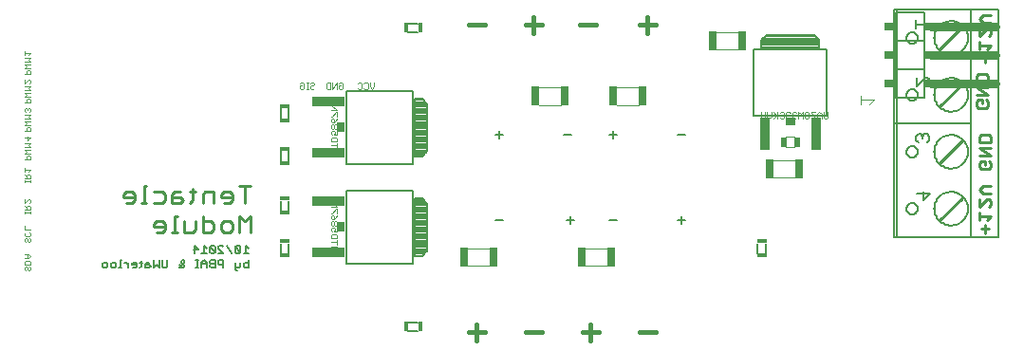
<source format=gbo>
G75*
%MOIN*%
%OFA0B0*%
%FSLAX24Y24*%
%IPPOS*%
%LPD*%
%AMOC8*
5,1,8,0,0,1.08239X$1,22.5*
%
%ADD10C,0.0020*%
%ADD11C,0.0040*%
%ADD12C,0.0090*%
%ADD13C,0.0150*%
%ADD14C,0.0110*%
%ADD15C,0.0050*%
%ADD16C,0.0080*%
%ADD17R,0.0295X0.0669*%
%ADD18C,0.0060*%
%ADD19C,0.0300*%
%ADD20R,0.0200X0.0300*%
%ADD21R,0.0400X0.0300*%
%ADD22R,0.0340X0.0160*%
%ADD23R,0.0160X0.0340*%
%ADD24R,0.1140X0.0340*%
%ADD25R,0.0300X0.0340*%
%ADD26C,0.0079*%
%ADD27C,0.0100*%
%ADD28R,0.0197X0.0374*%
%ADD29R,0.0340X0.1140*%
%ADD30R,0.0340X0.0300*%
D10*
X018324Y003804D02*
X018544Y003804D01*
X018324Y003951D01*
X018544Y003951D01*
X018544Y004025D02*
X018544Y004172D01*
X018544Y004099D02*
X018324Y004099D01*
X018324Y004246D02*
X018324Y004357D01*
X018360Y004393D01*
X018507Y004393D01*
X018544Y004357D01*
X018544Y004246D01*
X018324Y004246D01*
X018360Y004467D02*
X018324Y004504D01*
X018324Y004577D01*
X018360Y004614D01*
X018434Y004614D01*
X018471Y004577D01*
X018471Y004541D01*
X018434Y004467D01*
X018544Y004467D01*
X018544Y004614D01*
X018507Y004688D02*
X018471Y004688D01*
X018434Y004725D01*
X018434Y004798D01*
X018397Y004835D01*
X018360Y004835D01*
X018324Y004798D01*
X018324Y004725D01*
X018360Y004688D01*
X018397Y004688D01*
X018434Y004725D01*
X018434Y004798D02*
X018471Y004835D01*
X018507Y004835D01*
X018544Y004798D01*
X018544Y004725D01*
X018507Y004688D01*
X018434Y004909D02*
X018434Y005019D01*
X018397Y005056D01*
X018360Y005056D01*
X018324Y005019D01*
X018324Y004946D01*
X018360Y004909D01*
X018434Y004909D01*
X018507Y004983D01*
X018544Y005056D01*
X018544Y005130D02*
X018544Y005277D01*
X018507Y005277D01*
X018360Y005130D01*
X018324Y005130D01*
X018324Y005351D02*
X018544Y005351D01*
X018324Y005498D01*
X018544Y005498D01*
X018544Y005572D02*
X018324Y005572D01*
X018324Y005719D01*
X018324Y007204D02*
X018544Y007204D01*
X018324Y007351D01*
X018544Y007351D01*
X018544Y007425D02*
X018544Y007572D01*
X018544Y007499D02*
X018324Y007499D01*
X018324Y007646D02*
X018324Y007757D01*
X018360Y007793D01*
X018507Y007793D01*
X018544Y007757D01*
X018544Y007646D01*
X018324Y007646D01*
X018360Y007867D02*
X018324Y007904D01*
X018324Y007977D01*
X018360Y008014D01*
X018434Y008014D01*
X018471Y007977D01*
X018471Y007941D01*
X018434Y007867D01*
X018544Y007867D01*
X018544Y008014D01*
X018507Y008088D02*
X018471Y008088D01*
X018434Y008125D01*
X018434Y008198D01*
X018397Y008235D01*
X018360Y008235D01*
X018324Y008198D01*
X018324Y008125D01*
X018360Y008088D01*
X018397Y008088D01*
X018434Y008125D01*
X018434Y008198D02*
X018471Y008235D01*
X018507Y008235D01*
X018544Y008198D01*
X018544Y008125D01*
X018507Y008088D01*
X018434Y008309D02*
X018434Y008419D01*
X018397Y008456D01*
X018360Y008456D01*
X018324Y008419D01*
X018324Y008346D01*
X018360Y008309D01*
X018434Y008309D01*
X018507Y008383D01*
X018544Y008456D01*
X018544Y008530D02*
X018544Y008677D01*
X018507Y008677D01*
X018360Y008530D01*
X018324Y008530D01*
X018324Y008751D02*
X018544Y008751D01*
X018324Y008898D01*
X018544Y008898D01*
X018544Y008972D02*
X018324Y008972D01*
X018324Y009119D01*
X018302Y009493D02*
X018192Y009493D01*
X018155Y009530D01*
X018155Y009677D01*
X018192Y009714D01*
X018302Y009714D01*
X018302Y009493D01*
X018192Y009493D01*
X018155Y009530D01*
X018155Y009677D01*
X018192Y009714D01*
X018302Y009714D01*
X018302Y009493D01*
X018376Y009493D02*
X018376Y009714D01*
X018376Y009493D01*
X018523Y009714D01*
X018523Y009493D01*
X018523Y009714D01*
X018376Y009493D01*
X018597Y009530D02*
X018597Y009603D01*
X018670Y009603D01*
X018597Y009603D01*
X018597Y009530D01*
X018634Y009493D01*
X018707Y009493D01*
X018744Y009530D01*
X018744Y009677D01*
X018707Y009714D01*
X018634Y009714D01*
X018597Y009677D01*
X018634Y009714D01*
X018707Y009714D01*
X018744Y009677D01*
X018744Y009530D01*
X018707Y009493D01*
X018634Y009493D01*
X018597Y009530D01*
X019255Y009530D02*
X019292Y009493D01*
X019365Y009493D01*
X019402Y009530D01*
X019402Y009677D01*
X019365Y009714D01*
X019292Y009714D01*
X019255Y009677D01*
X019476Y009677D02*
X019513Y009714D01*
X019586Y009714D01*
X019623Y009677D01*
X019623Y009530D01*
X019586Y009493D01*
X019513Y009493D01*
X019476Y009530D01*
X019697Y009567D02*
X019697Y009714D01*
X019844Y009714D02*
X019844Y009567D01*
X019770Y009493D01*
X019697Y009567D01*
X017744Y009530D02*
X017707Y009493D01*
X017634Y009493D01*
X017597Y009530D01*
X017597Y009567D01*
X017634Y009603D01*
X017707Y009603D01*
X017744Y009640D01*
X017744Y009677D01*
X017707Y009714D01*
X017634Y009714D01*
X017597Y009677D01*
X017523Y009714D02*
X017449Y009714D01*
X017486Y009714D02*
X017486Y009493D01*
X017523Y009493D02*
X017449Y009493D01*
X017375Y009530D02*
X017339Y009493D01*
X017265Y009493D01*
X017229Y009530D01*
X017229Y009603D01*
X017302Y009603D01*
X017375Y009677D02*
X017375Y009530D01*
X017375Y009677D02*
X017339Y009714D01*
X017265Y009714D01*
X017229Y009677D01*
X033418Y008674D02*
X033418Y008490D01*
X033455Y008453D01*
X033528Y008453D01*
X033565Y008490D01*
X033565Y008674D01*
X033639Y008674D02*
X033639Y008527D01*
X033712Y008453D01*
X033786Y008527D01*
X033786Y008674D01*
X033860Y008674D02*
X034007Y008527D01*
X033970Y008563D02*
X033860Y008453D01*
X034007Y008453D02*
X034007Y008674D01*
X034081Y008637D02*
X034118Y008674D01*
X034191Y008674D01*
X034228Y008637D01*
X034228Y008490D01*
X034191Y008453D01*
X034118Y008453D01*
X034081Y008490D01*
X034302Y008490D02*
X034339Y008453D01*
X034412Y008453D01*
X034449Y008490D01*
X034523Y008490D02*
X034560Y008453D01*
X034633Y008453D01*
X034670Y008490D01*
X034744Y008453D02*
X034744Y008674D01*
X034817Y008600D01*
X034891Y008674D01*
X034891Y008453D01*
X034965Y008490D02*
X035002Y008453D01*
X035075Y008453D01*
X035112Y008490D01*
X035112Y008527D01*
X035075Y008563D01*
X035002Y008563D01*
X034965Y008527D01*
X034965Y008490D01*
X035002Y008563D02*
X034965Y008600D01*
X034965Y008637D01*
X035002Y008674D01*
X035075Y008674D01*
X035112Y008637D01*
X035112Y008600D01*
X035075Y008563D01*
X035186Y008637D02*
X035333Y008490D01*
X035333Y008453D01*
X035407Y008453D02*
X035407Y008600D01*
X035480Y008674D01*
X035554Y008600D01*
X035554Y008453D01*
X035628Y008490D02*
X035665Y008453D01*
X035738Y008453D01*
X035775Y008490D01*
X035775Y008674D01*
X035628Y008674D02*
X035628Y008490D01*
X035554Y008563D02*
X035407Y008563D01*
X035333Y008674D02*
X035186Y008674D01*
X035186Y008637D01*
X034670Y008637D02*
X034633Y008674D01*
X034560Y008674D01*
X034523Y008637D01*
X034523Y008600D01*
X034560Y008563D01*
X034523Y008527D01*
X034523Y008490D01*
X034560Y008563D02*
X034596Y008563D01*
X034449Y008637D02*
X034412Y008674D01*
X034339Y008674D01*
X034302Y008637D01*
X034302Y008600D01*
X034339Y008563D01*
X034302Y008527D01*
X034302Y008490D01*
X034339Y008563D02*
X034375Y008563D01*
D11*
X007607Y003103D02*
X007574Y003137D01*
X007574Y003203D01*
X007607Y003237D01*
X007641Y003237D01*
X007674Y003203D01*
X007674Y003137D01*
X007707Y003103D01*
X007741Y003103D01*
X007774Y003137D01*
X007774Y003203D01*
X007741Y003237D01*
X007774Y003324D02*
X007574Y003324D01*
X007574Y003424D01*
X007607Y003458D01*
X007741Y003458D01*
X007774Y003424D01*
X007774Y003324D01*
X007707Y003545D02*
X007574Y003545D01*
X007674Y003545D02*
X007674Y003679D01*
X007707Y003679D02*
X007574Y003679D01*
X007707Y003679D02*
X007774Y003612D01*
X007707Y003545D01*
X007707Y004103D02*
X007674Y004137D01*
X007674Y004203D01*
X007641Y004237D01*
X007607Y004237D01*
X007574Y004203D01*
X007574Y004137D01*
X007607Y004103D01*
X007707Y004103D02*
X007741Y004103D01*
X007774Y004137D01*
X007774Y004203D01*
X007741Y004237D01*
X007741Y004324D02*
X007607Y004324D01*
X007574Y004358D01*
X007574Y004424D01*
X007607Y004458D01*
X007574Y004545D02*
X007574Y004679D01*
X007574Y004545D02*
X007774Y004545D01*
X007741Y004458D02*
X007774Y004424D01*
X007774Y004358D01*
X007741Y004324D01*
X007774Y005103D02*
X007774Y005170D01*
X007774Y005137D02*
X007574Y005137D01*
X007574Y005170D02*
X007574Y005103D01*
X007574Y005251D02*
X007774Y005251D01*
X007774Y005351D01*
X007741Y005384D01*
X007674Y005384D01*
X007641Y005351D01*
X007641Y005251D01*
X007641Y005317D02*
X007574Y005384D01*
X007574Y005472D02*
X007707Y005605D01*
X007741Y005605D01*
X007774Y005572D01*
X007774Y005505D01*
X007741Y005472D01*
X007574Y005472D02*
X007574Y005605D01*
X007574Y006203D02*
X007574Y006270D01*
X007574Y006237D02*
X007774Y006237D01*
X007774Y006270D02*
X007774Y006203D01*
X007774Y006351D02*
X007574Y006351D01*
X007641Y006351D02*
X007641Y006451D01*
X007674Y006484D01*
X007741Y006484D01*
X007774Y006451D01*
X007774Y006351D01*
X007641Y006417D02*
X007574Y006484D01*
X007574Y006572D02*
X007574Y006705D01*
X007574Y006638D02*
X007774Y006638D01*
X007707Y006572D01*
X007641Y007003D02*
X007641Y007103D01*
X007674Y007137D01*
X007741Y007137D01*
X007774Y007103D01*
X007774Y007003D01*
X007574Y007003D01*
X007574Y007224D02*
X007641Y007291D01*
X007574Y007358D01*
X007774Y007358D01*
X007774Y007445D02*
X007574Y007445D01*
X007574Y007579D02*
X007774Y007579D01*
X007707Y007512D01*
X007774Y007445D01*
X007674Y007666D02*
X007674Y007800D01*
X007774Y007766D02*
X007674Y007666D01*
X007574Y007766D02*
X007774Y007766D01*
X007774Y008003D02*
X007574Y008003D01*
X007641Y008003D02*
X007641Y008103D01*
X007674Y008137D01*
X007741Y008137D01*
X007774Y008103D01*
X007774Y008003D01*
X007774Y008224D02*
X007574Y008224D01*
X007641Y008291D01*
X007574Y008358D01*
X007774Y008358D01*
X007774Y008445D02*
X007707Y008512D01*
X007774Y008579D01*
X007574Y008579D01*
X007607Y008666D02*
X007574Y008700D01*
X007574Y008766D01*
X007607Y008800D01*
X007641Y008800D01*
X007674Y008766D01*
X007674Y008733D01*
X007674Y008766D02*
X007707Y008800D01*
X007741Y008800D01*
X007774Y008766D01*
X007774Y008700D01*
X007741Y008666D01*
X007774Y008445D02*
X007574Y008445D01*
X007574Y009003D02*
X007774Y009003D01*
X007774Y009103D01*
X007741Y009137D01*
X007674Y009137D01*
X007641Y009103D01*
X007641Y009003D01*
X007574Y009224D02*
X007641Y009291D01*
X007574Y009358D01*
X007774Y009358D01*
X007774Y009445D02*
X007574Y009445D01*
X007574Y009579D02*
X007774Y009579D01*
X007707Y009512D01*
X007774Y009445D01*
X007741Y009666D02*
X007774Y009700D01*
X007774Y009766D01*
X007741Y009800D01*
X007707Y009800D01*
X007574Y009666D01*
X007574Y009800D01*
X007574Y010003D02*
X007774Y010003D01*
X007774Y010103D01*
X007741Y010137D01*
X007674Y010137D01*
X007641Y010103D01*
X007641Y010003D01*
X007574Y010224D02*
X007641Y010291D01*
X007574Y010358D01*
X007774Y010358D01*
X007774Y010445D02*
X007574Y010445D01*
X007574Y010579D02*
X007774Y010579D01*
X007707Y010512D01*
X007774Y010445D01*
X007707Y010666D02*
X007774Y010733D01*
X007574Y010733D01*
X007574Y010666D02*
X007574Y010800D01*
X007574Y010224D02*
X007774Y010224D01*
X007774Y009224D02*
X007574Y009224D01*
X007574Y007224D02*
X007774Y007224D01*
X023124Y003893D02*
X023884Y003893D01*
X023884Y003273D02*
X023124Y003273D01*
X027274Y003273D02*
X028034Y003273D01*
X028034Y003893D02*
X027274Y003893D01*
X033874Y006373D02*
X034634Y006373D01*
X034634Y006993D02*
X033874Y006993D01*
X034314Y007463D02*
X034594Y007463D01*
X034594Y007798D02*
X034314Y007798D01*
X036924Y008953D02*
X036924Y009260D01*
X036924Y009107D02*
X037384Y009107D01*
X037231Y008953D01*
X032634Y010873D02*
X031874Y010873D01*
X031874Y011493D02*
X032634Y011493D01*
X029134Y009543D02*
X028374Y009543D01*
X028374Y008923D02*
X029134Y008923D01*
X026384Y008923D02*
X025624Y008923D01*
X025624Y009543D02*
X026384Y009543D01*
D12*
X040999Y009562D02*
X041409Y009562D01*
X041409Y009749D02*
X040999Y009749D01*
X040999Y009954D01*
X041067Y010023D01*
X041341Y010023D01*
X041409Y009954D01*
X041409Y009749D01*
X040999Y009562D02*
X041409Y009289D01*
X040999Y009289D01*
X041067Y009102D02*
X041204Y009102D01*
X041204Y008965D01*
X041341Y008828D02*
X041067Y008828D01*
X040999Y008897D01*
X040999Y009034D01*
X041067Y009102D01*
X041341Y009102D02*
X041409Y009034D01*
X041409Y008897D01*
X041341Y008828D01*
X041441Y007873D02*
X041167Y007873D01*
X041099Y007804D01*
X041099Y007599D01*
X041509Y007599D01*
X041509Y007804D01*
X041441Y007873D01*
X041509Y007412D02*
X041099Y007412D01*
X041509Y007139D01*
X041099Y007139D01*
X041167Y006952D02*
X041304Y006952D01*
X041304Y006815D01*
X041441Y006678D02*
X041167Y006678D01*
X041099Y006747D01*
X041099Y006884D01*
X041167Y006952D01*
X041441Y006952D02*
X041509Y006884D01*
X041509Y006747D01*
X041441Y006678D01*
X041509Y006083D02*
X041236Y006083D01*
X041099Y005946D01*
X041236Y005810D01*
X041509Y005810D01*
X041441Y005623D02*
X041509Y005554D01*
X041509Y005418D01*
X041441Y005349D01*
X041372Y005623D02*
X041099Y005349D01*
X041099Y005623D01*
X041372Y005623D02*
X041441Y005623D01*
X041099Y005162D02*
X041099Y004889D01*
X041099Y005026D02*
X041509Y005026D01*
X041372Y004889D01*
X041304Y004702D02*
X041304Y004428D01*
X041441Y004565D02*
X041167Y004565D01*
X041304Y010428D02*
X041304Y010702D01*
X041441Y010565D02*
X041167Y010565D01*
X041099Y010889D02*
X041099Y011162D01*
X041099Y011026D02*
X041509Y011026D01*
X041372Y010889D01*
X041441Y011349D02*
X041509Y011418D01*
X041509Y011554D01*
X041441Y011623D01*
X041372Y011623D01*
X041099Y011349D01*
X041099Y011623D01*
X041236Y011810D02*
X041099Y011946D01*
X041236Y012083D01*
X041509Y012083D01*
X041509Y011810D02*
X041236Y011810D01*
D13*
X029729Y011734D02*
X029162Y011734D01*
X029445Y012017D02*
X029445Y011450D01*
X027629Y011734D02*
X027062Y011734D01*
X025729Y011734D02*
X025162Y011734D01*
X025445Y012017D02*
X025445Y011450D01*
X023729Y011734D02*
X023162Y011734D01*
X023445Y001217D02*
X023445Y000650D01*
X023162Y000934D02*
X023729Y000934D01*
X025162Y000934D02*
X025729Y000934D01*
X027162Y000934D02*
X027729Y000934D01*
X027445Y001217D02*
X027445Y000650D01*
X029162Y000934D02*
X029729Y000934D01*
D14*
X015499Y004438D02*
X015499Y005029D01*
X015302Y004832D01*
X015105Y005029D01*
X015105Y004438D01*
X014854Y004537D02*
X014756Y004438D01*
X014559Y004438D01*
X014461Y004537D01*
X014461Y004734D01*
X014559Y004832D01*
X014756Y004832D01*
X014854Y004734D01*
X014854Y004537D01*
X014210Y004537D02*
X014111Y004438D01*
X013816Y004438D01*
X013816Y005029D01*
X013816Y004832D02*
X014111Y004832D01*
X014210Y004734D01*
X014210Y004537D01*
X013565Y004537D02*
X013467Y004438D01*
X013171Y004438D01*
X013171Y004832D01*
X012921Y005029D02*
X012822Y005029D01*
X012822Y004438D01*
X012724Y004438D02*
X012921Y004438D01*
X012491Y004537D02*
X012491Y004734D01*
X012392Y004832D01*
X012196Y004832D01*
X012097Y004734D01*
X012097Y004635D01*
X012491Y004635D01*
X012491Y004537D02*
X012392Y004438D01*
X012196Y004438D01*
X013565Y004537D02*
X013565Y004832D01*
X013368Y005488D02*
X013467Y005587D01*
X013467Y005980D01*
X013565Y005882D02*
X013368Y005882D01*
X013037Y005882D02*
X012840Y005882D01*
X012742Y005784D01*
X012742Y005488D01*
X013037Y005488D01*
X013135Y005587D01*
X013037Y005685D01*
X012742Y005685D01*
X012491Y005587D02*
X012392Y005488D01*
X012097Y005488D01*
X011846Y005488D02*
X011649Y005488D01*
X011748Y005488D02*
X011748Y006079D01*
X011846Y006079D01*
X012097Y005882D02*
X012392Y005882D01*
X012491Y005784D01*
X012491Y005587D01*
X011417Y005587D02*
X011417Y005784D01*
X011318Y005882D01*
X011121Y005882D01*
X011023Y005784D01*
X011023Y005685D01*
X011417Y005685D01*
X011417Y005587D02*
X011318Y005488D01*
X011121Y005488D01*
X013816Y005488D02*
X013816Y005784D01*
X013914Y005882D01*
X014210Y005882D01*
X014210Y005488D01*
X014559Y005488D02*
X014756Y005488D01*
X014854Y005587D01*
X014854Y005784D01*
X014756Y005882D01*
X014559Y005882D01*
X014461Y005784D01*
X014461Y005685D01*
X014854Y005685D01*
X015105Y006079D02*
X015499Y006079D01*
X015302Y006079D02*
X015302Y005488D01*
D15*
X015339Y003979D02*
X015339Y003708D01*
X015429Y003708D02*
X015249Y003708D01*
X015134Y003753D02*
X014954Y003934D01*
X014954Y003753D01*
X014999Y003708D01*
X015089Y003708D01*
X015134Y003753D01*
X015134Y003934D01*
X015089Y003979D01*
X014999Y003979D01*
X014954Y003934D01*
X014839Y003708D02*
X014659Y003979D01*
X014545Y003934D02*
X014500Y003979D01*
X014410Y003979D01*
X014365Y003934D01*
X014365Y003888D01*
X014545Y003708D01*
X014365Y003708D01*
X014250Y003753D02*
X014070Y003934D01*
X014070Y003753D01*
X014115Y003708D01*
X014205Y003708D01*
X014250Y003753D01*
X014250Y003934D01*
X014205Y003979D01*
X014115Y003979D01*
X014070Y003934D01*
X013956Y003888D02*
X013865Y003979D01*
X013865Y003708D01*
X013775Y003708D02*
X013956Y003708D01*
X013865Y003479D02*
X013775Y003388D01*
X013775Y003208D01*
X013661Y003208D02*
X013571Y003208D01*
X013616Y003208D02*
X013616Y003479D01*
X013661Y003479D02*
X013571Y003479D01*
X013526Y003708D02*
X013526Y003979D01*
X013661Y003843D01*
X013481Y003843D01*
X013125Y003479D02*
X013080Y003434D01*
X013080Y003388D01*
X013170Y003298D01*
X013170Y003253D01*
X013125Y003208D01*
X013080Y003208D01*
X012990Y003298D01*
X012990Y003208D02*
X013170Y003388D01*
X013170Y003434D01*
X013125Y003479D01*
X013775Y003343D02*
X013956Y003343D01*
X013956Y003388D02*
X013865Y003479D01*
X013956Y003388D02*
X013956Y003208D01*
X014070Y003253D02*
X014115Y003208D01*
X014250Y003208D01*
X014250Y003479D01*
X014115Y003479D01*
X014070Y003434D01*
X014070Y003388D01*
X014115Y003343D01*
X014250Y003343D01*
X014365Y003343D02*
X014365Y003434D01*
X014410Y003479D01*
X014545Y003479D01*
X014545Y003208D01*
X014545Y003298D02*
X014410Y003298D01*
X014365Y003343D01*
X014115Y003343D02*
X014070Y003298D01*
X014070Y003253D01*
X014954Y003208D02*
X015089Y003208D01*
X015134Y003253D01*
X015134Y003388D01*
X015249Y003343D02*
X015249Y003253D01*
X015294Y003208D01*
X015429Y003208D01*
X015429Y003479D01*
X015429Y003388D02*
X015294Y003388D01*
X015249Y003343D01*
X014954Y003388D02*
X014954Y003163D01*
X014999Y003118D01*
X015044Y003118D01*
X015429Y003888D02*
X015339Y003979D01*
X012580Y003479D02*
X012580Y003253D01*
X012535Y003208D01*
X012445Y003208D01*
X012400Y003253D01*
X012400Y003479D01*
X012286Y003479D02*
X012286Y003208D01*
X012196Y003298D01*
X012106Y003208D01*
X012106Y003479D01*
X011946Y003388D02*
X011856Y003388D01*
X011811Y003343D01*
X011811Y003208D01*
X011946Y003208D01*
X011991Y003253D01*
X011946Y003298D01*
X011811Y003298D01*
X011697Y003388D02*
X011606Y003388D01*
X011651Y003434D02*
X011651Y003253D01*
X011606Y003208D01*
X011500Y003253D02*
X011500Y003343D01*
X011455Y003388D01*
X011365Y003388D01*
X011320Y003343D01*
X011320Y003298D01*
X011500Y003298D01*
X011500Y003253D02*
X011455Y003208D01*
X011365Y003208D01*
X011205Y003208D02*
X011205Y003388D01*
X011205Y003298D02*
X011115Y003388D01*
X011070Y003388D01*
X010960Y003479D02*
X010915Y003479D01*
X010915Y003208D01*
X010960Y003208D02*
X010870Y003208D01*
X010763Y003253D02*
X010718Y003208D01*
X010628Y003208D01*
X010583Y003253D01*
X010583Y003343D01*
X010628Y003388D01*
X010718Y003388D01*
X010763Y003343D01*
X010763Y003253D01*
X010469Y003253D02*
X010469Y003343D01*
X010424Y003388D01*
X010334Y003388D01*
X010289Y003343D01*
X010289Y003253D01*
X010334Y003208D01*
X010424Y003208D01*
X010469Y003253D01*
X038899Y005803D02*
X039349Y005803D01*
X039124Y005578D01*
X039124Y005878D01*
X039254Y007598D02*
X039329Y007673D01*
X039329Y007823D01*
X039254Y007898D01*
X039179Y007898D01*
X039104Y007823D01*
X039029Y007898D01*
X038954Y007898D01*
X038879Y007823D01*
X038879Y007673D01*
X038954Y007598D01*
X039104Y007748D02*
X039104Y007823D01*
X039274Y009578D02*
X039349Y009653D01*
X039349Y009803D01*
X039274Y009878D01*
X039199Y009878D01*
X038899Y009578D01*
X038899Y009878D01*
X038879Y011598D02*
X038879Y011898D01*
X038879Y011748D02*
X039329Y011748D01*
X039179Y011598D01*
D16*
X035744Y010893D02*
X033163Y010893D01*
X033164Y010893D02*
X033164Y008533D01*
X035744Y008533D01*
X035744Y010893D01*
X035464Y010933D02*
X033444Y010933D01*
X033444Y011213D01*
X033624Y011393D01*
X035284Y011393D01*
X035464Y011213D01*
X035464Y010933D01*
X028224Y008024D02*
X028224Y007743D01*
X028364Y007884D02*
X028084Y007884D01*
X026764Y007884D02*
X026484Y007884D01*
X024364Y007884D02*
X024084Y007884D01*
X024224Y008024D02*
X024224Y007743D01*
X021714Y007303D02*
X021534Y007123D01*
X021254Y007123D01*
X021254Y009143D01*
X021534Y009143D01*
X021714Y008963D01*
X021714Y007303D01*
X021214Y006843D02*
X018854Y006843D01*
X018854Y009423D01*
X021214Y009423D01*
X021213Y009424D02*
X021214Y006843D01*
X021213Y005924D02*
X021214Y003343D01*
X018854Y003343D01*
X018854Y005923D01*
X021214Y005923D01*
X021254Y005643D02*
X021254Y003623D01*
X021534Y003623D01*
X021714Y003803D01*
X021714Y005463D01*
X021534Y005643D01*
X021254Y005643D01*
X024084Y004884D02*
X024364Y004884D01*
X026584Y004884D02*
X026864Y004884D01*
X026724Y005024D02*
X026724Y004743D01*
X028084Y004884D02*
X028364Y004884D01*
X030484Y004884D02*
X030764Y004884D01*
X030624Y005024D02*
X030624Y004743D01*
X030764Y007884D02*
X030484Y007884D01*
D17*
X033731Y006684D03*
X034776Y006683D03*
X029276Y009233D03*
X028231Y009234D03*
X026526Y009233D03*
X025481Y009234D03*
X031731Y011184D03*
X032776Y011183D03*
X028176Y003583D03*
X027131Y003584D03*
X024026Y003583D03*
X022981Y003584D03*
D18*
X016844Y003713D02*
X016844Y004053D01*
X016564Y004053D02*
X016564Y003713D01*
X016564Y005213D02*
X016564Y005553D01*
X016844Y005553D02*
X016844Y005213D01*
X016844Y006963D02*
X016844Y007303D01*
X016564Y007303D02*
X016564Y006963D01*
X016564Y008463D02*
X016564Y008803D01*
X016844Y008803D02*
X016844Y008463D01*
X021034Y011493D02*
X021374Y011493D01*
X021374Y011773D02*
X021034Y011773D01*
X038104Y012283D02*
X038104Y008283D01*
X040804Y008283D01*
X040804Y007633D01*
X040804Y006933D01*
X040804Y005633D01*
X040804Y004933D01*
X040804Y004283D01*
X041754Y004283D01*
X041754Y012283D01*
X040804Y012283D01*
X040804Y011633D01*
X040804Y010933D01*
X040804Y009633D01*
X040804Y008933D01*
X040804Y008283D01*
X039154Y009183D02*
X038154Y009183D01*
X038154Y010183D01*
X038154Y011183D01*
X038154Y012183D01*
X039154Y012183D01*
X039154Y011183D01*
X039154Y010183D01*
X039154Y009183D01*
X038534Y009283D02*
X038536Y009311D01*
X038542Y009338D01*
X038551Y009364D01*
X038564Y009389D01*
X038581Y009412D01*
X038600Y009432D01*
X038622Y009449D01*
X038646Y009463D01*
X038672Y009473D01*
X038699Y009480D01*
X038727Y009483D01*
X038755Y009482D01*
X038782Y009477D01*
X038809Y009468D01*
X038834Y009456D01*
X038857Y009441D01*
X038878Y009422D01*
X038896Y009401D01*
X038911Y009377D01*
X038922Y009351D01*
X038930Y009325D01*
X038934Y009297D01*
X038934Y009269D01*
X038930Y009241D01*
X038922Y009215D01*
X038911Y009189D01*
X038896Y009165D01*
X038878Y009144D01*
X038857Y009125D01*
X038834Y009110D01*
X038809Y009098D01*
X038782Y009089D01*
X038755Y009084D01*
X038727Y009083D01*
X038699Y009086D01*
X038672Y009093D01*
X038646Y009103D01*
X038622Y009117D01*
X038600Y009134D01*
X038581Y009154D01*
X038564Y009177D01*
X038551Y009202D01*
X038542Y009228D01*
X038536Y009255D01*
X038534Y009283D01*
X039514Y009283D02*
X039516Y009331D01*
X039522Y009379D01*
X039532Y009426D01*
X039545Y009472D01*
X039562Y009517D01*
X039583Y009560D01*
X039608Y009602D01*
X039635Y009641D01*
X039666Y009678D01*
X039700Y009713D01*
X039736Y009744D01*
X039775Y009773D01*
X039816Y009798D01*
X039859Y009820D01*
X039903Y009838D01*
X039949Y009852D01*
X039996Y009863D01*
X040044Y009870D01*
X040092Y009873D01*
X040140Y009872D01*
X040188Y009867D01*
X040235Y009858D01*
X040282Y009846D01*
X040327Y009829D01*
X040371Y009809D01*
X040413Y009786D01*
X040453Y009759D01*
X040490Y009729D01*
X040525Y009696D01*
X040558Y009660D01*
X040587Y009622D01*
X040613Y009581D01*
X040636Y009539D01*
X040655Y009495D01*
X040670Y009449D01*
X040682Y009403D01*
X040690Y009355D01*
X040694Y009307D01*
X040694Y009259D01*
X040690Y009211D01*
X040682Y009163D01*
X040670Y009117D01*
X040655Y009071D01*
X040636Y009027D01*
X040613Y008985D01*
X040587Y008944D01*
X040558Y008906D01*
X040525Y008870D01*
X040490Y008837D01*
X040453Y008807D01*
X040413Y008780D01*
X040371Y008757D01*
X040327Y008737D01*
X040282Y008720D01*
X040235Y008708D01*
X040188Y008699D01*
X040140Y008694D01*
X040092Y008693D01*
X040044Y008696D01*
X039996Y008703D01*
X039949Y008714D01*
X039903Y008728D01*
X039859Y008746D01*
X039816Y008768D01*
X039775Y008793D01*
X039736Y008822D01*
X039700Y008853D01*
X039666Y008888D01*
X039635Y008925D01*
X039608Y008964D01*
X039583Y009006D01*
X039562Y009049D01*
X039545Y009094D01*
X039532Y009140D01*
X039522Y009187D01*
X039516Y009235D01*
X039514Y009283D01*
X039154Y010183D02*
X038154Y010183D01*
X038154Y011183D02*
X039154Y011183D01*
X038534Y011283D02*
X038536Y011311D01*
X038542Y011338D01*
X038551Y011364D01*
X038564Y011389D01*
X038581Y011412D01*
X038600Y011432D01*
X038622Y011449D01*
X038646Y011463D01*
X038672Y011473D01*
X038699Y011480D01*
X038727Y011483D01*
X038755Y011482D01*
X038782Y011477D01*
X038809Y011468D01*
X038834Y011456D01*
X038857Y011441D01*
X038878Y011422D01*
X038896Y011401D01*
X038911Y011377D01*
X038922Y011351D01*
X038930Y011325D01*
X038934Y011297D01*
X038934Y011269D01*
X038930Y011241D01*
X038922Y011215D01*
X038911Y011189D01*
X038896Y011165D01*
X038878Y011144D01*
X038857Y011125D01*
X038834Y011110D01*
X038809Y011098D01*
X038782Y011089D01*
X038755Y011084D01*
X038727Y011083D01*
X038699Y011086D01*
X038672Y011093D01*
X038646Y011103D01*
X038622Y011117D01*
X038600Y011134D01*
X038581Y011154D01*
X038564Y011177D01*
X038551Y011202D01*
X038542Y011228D01*
X038536Y011255D01*
X038534Y011283D01*
X039514Y011283D02*
X039516Y011331D01*
X039522Y011379D01*
X039532Y011426D01*
X039545Y011472D01*
X039562Y011517D01*
X039583Y011560D01*
X039608Y011602D01*
X039635Y011641D01*
X039666Y011678D01*
X039700Y011713D01*
X039736Y011744D01*
X039775Y011773D01*
X039816Y011798D01*
X039859Y011820D01*
X039903Y011838D01*
X039949Y011852D01*
X039996Y011863D01*
X040044Y011870D01*
X040092Y011873D01*
X040140Y011872D01*
X040188Y011867D01*
X040235Y011858D01*
X040282Y011846D01*
X040327Y011829D01*
X040371Y011809D01*
X040413Y011786D01*
X040453Y011759D01*
X040490Y011729D01*
X040525Y011696D01*
X040558Y011660D01*
X040587Y011622D01*
X040613Y011581D01*
X040636Y011539D01*
X040655Y011495D01*
X040670Y011449D01*
X040682Y011403D01*
X040690Y011355D01*
X040694Y011307D01*
X040694Y011259D01*
X040690Y011211D01*
X040682Y011163D01*
X040670Y011117D01*
X040655Y011071D01*
X040636Y011027D01*
X040613Y010985D01*
X040587Y010944D01*
X040558Y010906D01*
X040525Y010870D01*
X040490Y010837D01*
X040453Y010807D01*
X040413Y010780D01*
X040371Y010757D01*
X040327Y010737D01*
X040282Y010720D01*
X040235Y010708D01*
X040188Y010699D01*
X040140Y010694D01*
X040092Y010693D01*
X040044Y010696D01*
X039996Y010703D01*
X039949Y010714D01*
X039903Y010728D01*
X039859Y010746D01*
X039816Y010768D01*
X039775Y010793D01*
X039736Y010822D01*
X039700Y010853D01*
X039666Y010888D01*
X039635Y010925D01*
X039608Y010964D01*
X039583Y011006D01*
X039562Y011049D01*
X039545Y011094D01*
X039532Y011140D01*
X039522Y011187D01*
X039516Y011235D01*
X039514Y011283D01*
X040804Y012283D02*
X038204Y012283D01*
X038104Y012283D01*
X038204Y012283D02*
X038204Y004283D01*
X040804Y004283D01*
X038204Y004283D02*
X038104Y004283D01*
X038104Y008283D01*
X038534Y007283D02*
X038536Y007311D01*
X038542Y007338D01*
X038551Y007364D01*
X038564Y007389D01*
X038581Y007412D01*
X038600Y007432D01*
X038622Y007449D01*
X038646Y007463D01*
X038672Y007473D01*
X038699Y007480D01*
X038727Y007483D01*
X038755Y007482D01*
X038782Y007477D01*
X038809Y007468D01*
X038834Y007456D01*
X038857Y007441D01*
X038878Y007422D01*
X038896Y007401D01*
X038911Y007377D01*
X038922Y007351D01*
X038930Y007325D01*
X038934Y007297D01*
X038934Y007269D01*
X038930Y007241D01*
X038922Y007215D01*
X038911Y007189D01*
X038896Y007165D01*
X038878Y007144D01*
X038857Y007125D01*
X038834Y007110D01*
X038809Y007098D01*
X038782Y007089D01*
X038755Y007084D01*
X038727Y007083D01*
X038699Y007086D01*
X038672Y007093D01*
X038646Y007103D01*
X038622Y007117D01*
X038600Y007134D01*
X038581Y007154D01*
X038564Y007177D01*
X038551Y007202D01*
X038542Y007228D01*
X038536Y007255D01*
X038534Y007283D01*
X039514Y007283D02*
X039516Y007331D01*
X039522Y007379D01*
X039532Y007426D01*
X039545Y007472D01*
X039562Y007517D01*
X039583Y007560D01*
X039608Y007602D01*
X039635Y007641D01*
X039666Y007678D01*
X039700Y007713D01*
X039736Y007744D01*
X039775Y007773D01*
X039816Y007798D01*
X039859Y007820D01*
X039903Y007838D01*
X039949Y007852D01*
X039996Y007863D01*
X040044Y007870D01*
X040092Y007873D01*
X040140Y007872D01*
X040188Y007867D01*
X040235Y007858D01*
X040282Y007846D01*
X040327Y007829D01*
X040371Y007809D01*
X040413Y007786D01*
X040453Y007759D01*
X040490Y007729D01*
X040525Y007696D01*
X040558Y007660D01*
X040587Y007622D01*
X040613Y007581D01*
X040636Y007539D01*
X040655Y007495D01*
X040670Y007449D01*
X040682Y007403D01*
X040690Y007355D01*
X040694Y007307D01*
X040694Y007259D01*
X040690Y007211D01*
X040682Y007163D01*
X040670Y007117D01*
X040655Y007071D01*
X040636Y007027D01*
X040613Y006985D01*
X040587Y006944D01*
X040558Y006906D01*
X040525Y006870D01*
X040490Y006837D01*
X040453Y006807D01*
X040413Y006780D01*
X040371Y006757D01*
X040327Y006737D01*
X040282Y006720D01*
X040235Y006708D01*
X040188Y006699D01*
X040140Y006694D01*
X040092Y006693D01*
X040044Y006696D01*
X039996Y006703D01*
X039949Y006714D01*
X039903Y006728D01*
X039859Y006746D01*
X039816Y006768D01*
X039775Y006793D01*
X039736Y006822D01*
X039700Y006853D01*
X039666Y006888D01*
X039635Y006925D01*
X039608Y006964D01*
X039583Y007006D01*
X039562Y007049D01*
X039545Y007094D01*
X039532Y007140D01*
X039522Y007187D01*
X039516Y007235D01*
X039514Y007283D01*
X039514Y005283D02*
X039516Y005331D01*
X039522Y005379D01*
X039532Y005426D01*
X039545Y005472D01*
X039562Y005517D01*
X039583Y005560D01*
X039608Y005602D01*
X039635Y005641D01*
X039666Y005678D01*
X039700Y005713D01*
X039736Y005744D01*
X039775Y005773D01*
X039816Y005798D01*
X039859Y005820D01*
X039903Y005838D01*
X039949Y005852D01*
X039996Y005863D01*
X040044Y005870D01*
X040092Y005873D01*
X040140Y005872D01*
X040188Y005867D01*
X040235Y005858D01*
X040282Y005846D01*
X040327Y005829D01*
X040371Y005809D01*
X040413Y005786D01*
X040453Y005759D01*
X040490Y005729D01*
X040525Y005696D01*
X040558Y005660D01*
X040587Y005622D01*
X040613Y005581D01*
X040636Y005539D01*
X040655Y005495D01*
X040670Y005449D01*
X040682Y005403D01*
X040690Y005355D01*
X040694Y005307D01*
X040694Y005259D01*
X040690Y005211D01*
X040682Y005163D01*
X040670Y005117D01*
X040655Y005071D01*
X040636Y005027D01*
X040613Y004985D01*
X040587Y004944D01*
X040558Y004906D01*
X040525Y004870D01*
X040490Y004837D01*
X040453Y004807D01*
X040413Y004780D01*
X040371Y004757D01*
X040327Y004737D01*
X040282Y004720D01*
X040235Y004708D01*
X040188Y004699D01*
X040140Y004694D01*
X040092Y004693D01*
X040044Y004696D01*
X039996Y004703D01*
X039949Y004714D01*
X039903Y004728D01*
X039859Y004746D01*
X039816Y004768D01*
X039775Y004793D01*
X039736Y004822D01*
X039700Y004853D01*
X039666Y004888D01*
X039635Y004925D01*
X039608Y004964D01*
X039583Y005006D01*
X039562Y005049D01*
X039545Y005094D01*
X039532Y005140D01*
X039522Y005187D01*
X039516Y005235D01*
X039514Y005283D01*
X038534Y005283D02*
X038536Y005311D01*
X038542Y005338D01*
X038551Y005364D01*
X038564Y005389D01*
X038581Y005412D01*
X038600Y005432D01*
X038622Y005449D01*
X038646Y005463D01*
X038672Y005473D01*
X038699Y005480D01*
X038727Y005483D01*
X038755Y005482D01*
X038782Y005477D01*
X038809Y005468D01*
X038834Y005456D01*
X038857Y005441D01*
X038878Y005422D01*
X038896Y005401D01*
X038911Y005377D01*
X038922Y005351D01*
X038930Y005325D01*
X038934Y005297D01*
X038934Y005269D01*
X038930Y005241D01*
X038922Y005215D01*
X038911Y005189D01*
X038896Y005165D01*
X038878Y005144D01*
X038857Y005125D01*
X038834Y005110D01*
X038809Y005098D01*
X038782Y005089D01*
X038755Y005084D01*
X038727Y005083D01*
X038699Y005086D01*
X038672Y005093D01*
X038646Y005103D01*
X038622Y005117D01*
X038600Y005134D01*
X038581Y005154D01*
X038564Y005177D01*
X038551Y005202D01*
X038542Y005228D01*
X038536Y005255D01*
X038534Y005283D01*
X033594Y004053D02*
X033594Y003713D01*
X033314Y003713D02*
X033314Y004053D01*
X021374Y001273D02*
X021034Y001273D01*
X021034Y000993D02*
X021374Y000993D01*
D19*
X039404Y009683D02*
X041654Y009683D01*
X041654Y010683D02*
X039404Y010683D01*
X039404Y011683D02*
X041654Y011683D01*
D20*
X039254Y011683D03*
X039254Y010683D03*
X039254Y009683D03*
D21*
X037954Y009683D03*
X037954Y010683D03*
X037954Y011683D03*
D22*
X016704Y008883D03*
X016704Y008383D03*
X016704Y007383D03*
X016704Y006883D03*
X016704Y005633D03*
X016704Y005133D03*
X016704Y004133D03*
X016704Y003633D03*
X033454Y003633D03*
X033454Y004133D03*
D23*
X021454Y001133D03*
X020954Y001133D03*
X020954Y011633D03*
X021454Y011633D03*
D24*
X018244Y009033D03*
X018244Y007233D03*
X018244Y005533D03*
X018244Y003733D03*
D25*
X018664Y004633D03*
X018664Y008133D03*
D26*
X021254Y008099D02*
X021714Y008099D01*
X021714Y008022D02*
X021254Y008022D01*
X021254Y007945D02*
X021714Y007945D01*
X021714Y007868D02*
X021254Y007868D01*
X021254Y007791D02*
X021714Y007791D01*
X021714Y007714D02*
X021254Y007714D01*
X021254Y007637D02*
X021714Y007637D01*
X021714Y007559D02*
X021254Y007559D01*
X021254Y007482D02*
X021714Y007482D01*
X021714Y007405D02*
X021254Y007405D01*
X021254Y007328D02*
X021714Y007328D01*
X021714Y007303D02*
X021714Y008963D01*
X021534Y009143D01*
X021254Y009143D01*
X021254Y007123D01*
X021534Y007123D01*
X021714Y007303D01*
X021661Y007251D02*
X021254Y007251D01*
X021254Y007174D02*
X021584Y007174D01*
X021714Y008177D02*
X021254Y008177D01*
X021254Y008254D02*
X021714Y008254D01*
X021714Y008331D02*
X021254Y008331D01*
X021254Y008408D02*
X021714Y008408D01*
X021714Y008485D02*
X021254Y008485D01*
X021254Y008562D02*
X021714Y008562D01*
X021714Y008640D02*
X021254Y008640D01*
X021254Y008717D02*
X021714Y008717D01*
X021714Y008794D02*
X021254Y008794D01*
X021254Y008871D02*
X021714Y008871D01*
X021714Y008948D02*
X021254Y008948D01*
X021254Y009025D02*
X021652Y009025D01*
X021575Y009103D02*
X021254Y009103D01*
X021254Y005643D02*
X021254Y003623D01*
X021534Y003623D01*
X021714Y003803D01*
X021714Y005463D01*
X021534Y005643D01*
X021254Y005643D01*
X021254Y005630D02*
X021547Y005630D01*
X021624Y005553D02*
X021254Y005553D01*
X021254Y005476D02*
X021701Y005476D01*
X021714Y005399D02*
X021254Y005399D01*
X021254Y005322D02*
X021714Y005322D01*
X021714Y005245D02*
X021254Y005245D01*
X021254Y005167D02*
X021714Y005167D01*
X021714Y005090D02*
X021254Y005090D01*
X021254Y005013D02*
X021714Y005013D01*
X021714Y004936D02*
X021254Y004936D01*
X021254Y004859D02*
X021714Y004859D01*
X021714Y004782D02*
X021254Y004782D01*
X021254Y004704D02*
X021714Y004704D01*
X021714Y004627D02*
X021254Y004627D01*
X021254Y004550D02*
X021714Y004550D01*
X021714Y004473D02*
X021254Y004473D01*
X021254Y004396D02*
X021714Y004396D01*
X021714Y004319D02*
X021254Y004319D01*
X021254Y004241D02*
X021714Y004241D01*
X021714Y004164D02*
X021254Y004164D01*
X021254Y004087D02*
X021714Y004087D01*
X021714Y004010D02*
X021254Y004010D01*
X021254Y003933D02*
X021714Y003933D01*
X021714Y003856D02*
X021254Y003856D01*
X021254Y003778D02*
X021689Y003778D01*
X021612Y003701D02*
X021254Y003701D01*
X021254Y003624D02*
X021535Y003624D01*
X033444Y010933D02*
X035464Y010933D01*
X035464Y011213D01*
X035284Y011393D01*
X033624Y011393D01*
X033444Y011213D01*
X033444Y010933D01*
X033444Y010954D02*
X035464Y010954D01*
X035464Y011032D02*
X033444Y011032D01*
X033444Y011109D02*
X035464Y011109D01*
X035464Y011186D02*
X033444Y011186D01*
X033494Y011263D02*
X035414Y011263D01*
X035337Y011340D02*
X033571Y011340D01*
D27*
X039714Y010883D02*
X040504Y011673D01*
X040514Y009643D02*
X039714Y008893D01*
X040504Y007673D02*
X039714Y006883D01*
X040514Y005643D02*
X039714Y004893D01*
D28*
X034682Y007631D03*
X034222Y007631D03*
D29*
X033554Y007923D03*
X035354Y007923D03*
D30*
X034454Y008343D03*
M02*

</source>
